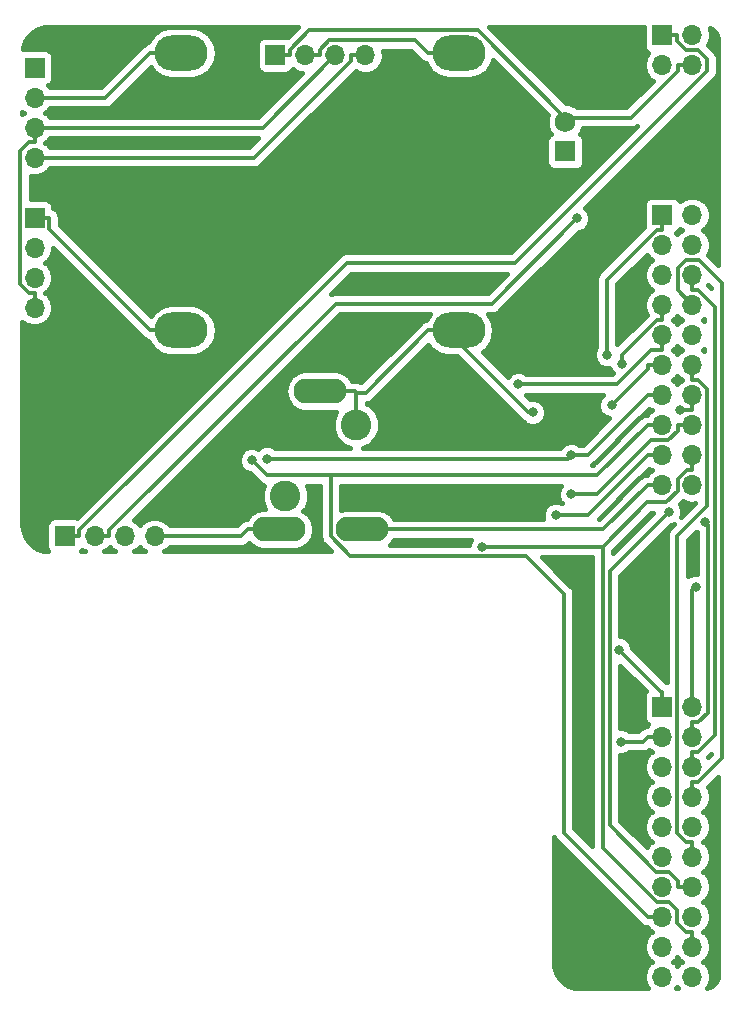
<source format=gbr>
G04 #@! TF.GenerationSoftware,KiCad,Pcbnew,(5.0.0)*
G04 #@! TF.CreationDate,2019-01-20T19:44:52-05:00*
G04 #@! TF.ProjectId,AVR_LCD 2.0,4156525F4C434420322E302E6B696361,rev?*
G04 #@! TF.SameCoordinates,Original*
G04 #@! TF.FileFunction,Copper,L2,Bot,Signal*
G04 #@! TF.FilePolarity,Positive*
%FSLAX46Y46*%
G04 Gerber Fmt 4.6, Leading zero omitted, Abs format (unit mm)*
G04 Created by KiCad (PCBNEW (5.0.0)) date 01/20/19 19:44:52*
%MOMM*%
%LPD*%
G01*
G04 APERTURE LIST*
G04 #@! TA.AperFunction,ComponentPad*
%ADD10O,1.700000X1.700000*%
G04 #@! TD*
G04 #@! TA.AperFunction,ComponentPad*
%ADD11R,1.700000X1.700000*%
G04 #@! TD*
G04 #@! TA.AperFunction,ComponentPad*
%ADD12C,1.750000*%
G04 #@! TD*
G04 #@! TA.AperFunction,ComponentPad*
%ADD13R,1.750000X1.750000*%
G04 #@! TD*
G04 #@! TA.AperFunction,ComponentPad*
%ADD14O,4.500000X3.000000*%
G04 #@! TD*
G04 #@! TA.AperFunction,ComponentPad*
%ADD15C,2.600000*%
G04 #@! TD*
G04 #@! TA.AperFunction,ComponentPad*
%ADD16O,4.500000X2.100000*%
G04 #@! TD*
G04 #@! TA.AperFunction,ViaPad*
%ADD17C,0.800000*%
G04 #@! TD*
G04 #@! TA.AperFunction,Conductor*
%ADD18C,0.380000*%
G04 #@! TD*
G04 #@! TA.AperFunction,NonConductor*
%ADD19C,0.400000*%
G04 #@! TD*
G04 APERTURE END LIST*
D10*
G04 #@! TO.P,BreakOut_EXT1,20*
G04 #@! TO.N,VCC*
X113840000Y-134810000D03*
G04 #@! TO.P,BreakOut_EXT1,19*
G04 #@! TO.N,GND*
X111300000Y-134810000D03*
G04 #@! TO.P,BreakOut_EXT1,18*
G04 #@! TO.N,PB7*
X113840000Y-132270000D03*
G04 #@! TO.P,BreakOut_EXT1,17*
G04 #@! TO.N,PB6*
X111300000Y-132270000D03*
G04 #@! TO.P,BreakOut_EXT1,16*
G04 #@! TO.N,PB5*
X113840000Y-129730000D03*
G04 #@! TO.P,BreakOut_EXT1,15*
G04 #@! TO.N,PB4*
X111300000Y-129730000D03*
G04 #@! TO.P,BreakOut_EXT1,14*
G04 #@! TO.N,Net-(BreakOut_EXT1-Pad14)*
X113840000Y-127190000D03*
G04 #@! TO.P,BreakOut_EXT1,13*
G04 #@! TO.N,PD0*
X111300000Y-127190000D03*
G04 #@! TO.P,BreakOut_EXT1,12*
G04 #@! TO.N,Net-(BreakOut_EXT1-Pad12)*
X113840000Y-124650000D03*
G04 #@! TO.P,BreakOut_EXT1,11*
G04 #@! TO.N,Net-(BreakOut_EXT1-Pad11)*
X111300000Y-124650000D03*
G04 #@! TO.P,BreakOut_EXT1,10*
G04 #@! TO.N,PC0*
X113840000Y-122110000D03*
G04 #@! TO.P,BreakOut_EXT1,9*
G04 #@! TO.N,PC1*
X111300000Y-122110000D03*
G04 #@! TO.P,BreakOut_EXT1,8*
G04 #@! TO.N,Net-(BreakOut_EXT1-Pad8)*
X113840000Y-119570000D03*
G04 #@! TO.P,BreakOut_EXT1,7*
G04 #@! TO.N,Net-(BreakOut_EXT1-Pad7)*
X111300000Y-119570000D03*
G04 #@! TO.P,BreakOut_EXT1,6*
G04 #@! TO.N,Net-(BreakOut_EXT1-Pad6)*
X113840000Y-117030000D03*
G04 #@! TO.P,BreakOut_EXT1,5*
G04 #@! TO.N,Net-(BreakOut_EXT1-Pad5)*
X111300000Y-117030000D03*
G04 #@! TO.P,BreakOut_EXT1,4*
G04 #@! TO.N,Net-(BreakOut_EXT1-Pad4)*
X113840000Y-114490000D03*
G04 #@! TO.P,BreakOut_EXT1,3*
G04 #@! TO.N,Net-(BreakOut_EXT1-Pad3)*
X111300000Y-114490000D03*
G04 #@! TO.P,BreakOut_EXT1,2*
G04 #@! TO.N,Net-(BreakOut_EXT1-Pad2)*
X113840000Y-111950000D03*
D11*
G04 #@! TO.P,BreakOut_EXT1,1*
G04 #@! TO.N,Net-(BreakOut_EXT1-Pad1)*
X111300000Y-111950000D03*
G04 #@! TD*
D10*
G04 #@! TO.P,J1,4*
G04 #@! TO.N,GND*
X68320000Y-97500000D03*
G04 #@! TO.P,J1,3*
G04 #@! TO.N,VCC*
X65780000Y-97500000D03*
G04 #@! TO.P,J1,2*
G04 #@! TO.N,5V*
X63240000Y-97500000D03*
D11*
G04 #@! TO.P,J1,1*
G04 #@! TO.N,5V_IN*
X60700000Y-97500000D03*
G04 #@! TD*
D10*
G04 #@! TO.P,J2,4*
G04 #@! TO.N,PC1*
X58160000Y-65480000D03*
G04 #@! TO.P,J2,3*
G04 #@! TO.N,PC0*
X58160000Y-62940000D03*
G04 #@! TO.P,J2,2*
G04 #@! TO.N,GND*
X58160000Y-60400000D03*
D11*
G04 #@! TO.P,J2,1*
G04 #@! TO.N,VCC*
X58160000Y-57860000D03*
G04 #@! TD*
D10*
G04 #@! TO.P,J3,4*
G04 #@! TO.N,VCC*
X113840000Y-57650000D03*
G04 #@! TO.P,J3,3*
G04 #@! TO.N,5V*
X111300000Y-57650000D03*
G04 #@! TO.P,J3,2*
G04 #@! TO.N,GND*
X113840000Y-55110000D03*
D11*
G04 #@! TO.P,J3,1*
G04 #@! TO.N,5V_IN*
X111300000Y-55110000D03*
G04 #@! TD*
G04 #@! TO.P,J4,1*
G04 #@! TO.N,GND*
X58160000Y-70560000D03*
D10*
G04 #@! TO.P,J4,2*
G04 #@! TO.N,VCC*
X58160000Y-73100000D03*
G04 #@! TO.P,J4,3*
G04 #@! TO.N,PC1*
X58160000Y-75640000D03*
G04 #@! TO.P,J4,4*
G04 #@! TO.N,PC0*
X58160000Y-78180000D03*
G04 #@! TD*
D12*
G04 #@! TO.P,J5,2*
G04 #@! TO.N,VCC*
X103090000Y-62450000D03*
D13*
G04 #@! TO.P,J5,1*
G04 #@! TO.N,GND*
X103090000Y-64950000D03*
G04 #@! TD*
D10*
G04 #@! TO.P,U2,4*
G04 #@! TO.N,PC1*
X86160000Y-56800000D03*
G04 #@! TO.P,U2,3*
G04 #@! TO.N,PC0*
X83620000Y-56800000D03*
G04 #@! TO.P,U2,2*
G04 #@! TO.N,GND*
X81080000Y-56800000D03*
D11*
G04 #@! TO.P,U2,1*
G04 #@! TO.N,VCC*
X78540000Y-56800000D03*
D14*
G04 #@! TO.P,U2,5*
G04 #@! TO.N,GND*
X94090000Y-56600000D03*
X70590000Y-56600000D03*
X94090000Y-80100000D03*
X70590000Y-80100000D03*
G04 #@! TD*
D15*
G04 #@! TO.P,U5,7*
G04 #@! TO.N,GND*
X85390000Y-88100000D03*
X79390000Y-94100000D03*
D16*
X82340000Y-85250000D03*
X85890000Y-96950000D03*
X78840000Y-96950000D03*
G04 #@! TD*
D11*
G04 #@! TO.P,X-Plained_EXT1,1*
G04 #@! TO.N,Net-(BreakOut_EXT1-Pad1)*
X111300000Y-70340000D03*
D10*
G04 #@! TO.P,X-Plained_EXT1,2*
G04 #@! TO.N,Net-(BreakOut_EXT1-Pad2)*
X113840000Y-70340000D03*
G04 #@! TO.P,X-Plained_EXT1,3*
G04 #@! TO.N,Net-(BreakOut_EXT1-Pad3)*
X111300000Y-72880000D03*
G04 #@! TO.P,X-Plained_EXT1,4*
G04 #@! TO.N,Net-(BreakOut_EXT1-Pad4)*
X113840000Y-72880000D03*
G04 #@! TO.P,X-Plained_EXT1,5*
G04 #@! TO.N,Net-(BreakOut_EXT1-Pad5)*
X111300000Y-75420000D03*
G04 #@! TO.P,X-Plained_EXT1,6*
G04 #@! TO.N,Net-(BreakOut_EXT1-Pad6)*
X113840000Y-75420000D03*
G04 #@! TO.P,X-Plained_EXT1,7*
G04 #@! TO.N,Net-(BreakOut_EXT1-Pad7)*
X111300000Y-77960000D03*
G04 #@! TO.P,X-Plained_EXT1,8*
G04 #@! TO.N,Net-(BreakOut_EXT1-Pad8)*
X113840000Y-77960000D03*
G04 #@! TO.P,X-Plained_EXT1,9*
G04 #@! TO.N,PC1*
X111300000Y-80500000D03*
G04 #@! TO.P,X-Plained_EXT1,10*
G04 #@! TO.N,PC0*
X113840000Y-80500000D03*
G04 #@! TO.P,X-Plained_EXT1,11*
G04 #@! TO.N,Net-(BreakOut_EXT1-Pad11)*
X111300000Y-83040000D03*
G04 #@! TO.P,X-Plained_EXT1,12*
G04 #@! TO.N,Net-(BreakOut_EXT1-Pad12)*
X113840000Y-83040000D03*
G04 #@! TO.P,X-Plained_EXT1,13*
G04 #@! TO.N,PD0*
X111300000Y-85580000D03*
G04 #@! TO.P,X-Plained_EXT1,14*
G04 #@! TO.N,Net-(BreakOut_EXT1-Pad14)*
X113840000Y-85580000D03*
G04 #@! TO.P,X-Plained_EXT1,15*
G04 #@! TO.N,PB4*
X111300000Y-88120000D03*
G04 #@! TO.P,X-Plained_EXT1,16*
G04 #@! TO.N,PB5*
X113840000Y-88120000D03*
G04 #@! TO.P,X-Plained_EXT1,17*
G04 #@! TO.N,PB6*
X111300000Y-90660000D03*
G04 #@! TO.P,X-Plained_EXT1,18*
G04 #@! TO.N,PB7*
X113840000Y-90660000D03*
G04 #@! TO.P,X-Plained_EXT1,19*
G04 #@! TO.N,GND*
X111300000Y-93200000D03*
G04 #@! TO.P,X-Plained_EXT1,20*
G04 #@! TO.N,VCC*
X113840000Y-93200000D03*
G04 #@! TD*
D17*
G04 #@! TO.N,GND*
X100317000Y-87048500D03*
G04 #@! TO.N,PB7*
X96074900Y-98407200D03*
G04 #@! TO.N,PB6*
X102277700Y-95702800D03*
G04 #@! TO.N,PB5*
X103606600Y-93974900D03*
G04 #@! TO.N,PB4*
X76549800Y-91103000D03*
G04 #@! TO.N,Net-(BreakOut_EXT1-Pad14)*
X111891000Y-95447500D03*
X112834000Y-86850000D03*
G04 #@! TO.N,PD0*
X77838100Y-90951400D03*
X103599900Y-90668700D03*
G04 #@! TO.N,Net-(BreakOut_EXT1-Pad11)*
X107002500Y-86443200D03*
G04 #@! TO.N,PC1*
X99115100Y-84679700D03*
G04 #@! TO.N,Net-(BreakOut_EXT1-Pad7)*
X107868500Y-82903400D03*
G04 #@! TO.N,Net-(BreakOut_EXT1-Pad4)*
X114886600Y-96281600D03*
G04 #@! TO.N,Net-(BreakOut_EXT1-Pad3)*
X107788400Y-114909000D03*
G04 #@! TO.N,Net-(BreakOut_EXT1-Pad2)*
X114129900Y-101813900D03*
G04 #@! TO.N,Net-(BreakOut_EXT1-Pad1)*
X107628700Y-107119400D03*
X106606600Y-82150500D03*
G04 #@! TO.N,5V*
X104097500Y-70623700D03*
G04 #@! TD*
D18*
G04 #@! TO.N,VCC*
X113840000Y-57650000D02*
X112599700Y-57650000D01*
X103090000Y-62086100D02*
X103090000Y-62450000D01*
X79780300Y-56800000D02*
X79780300Y-56334900D01*
X79780300Y-56334900D02*
X81415800Y-54699400D01*
X81415800Y-54699400D02*
X95703300Y-54699400D01*
X95703300Y-54699400D02*
X103090000Y-62086100D01*
X112599700Y-57650000D02*
X112599700Y-58115100D01*
X112599700Y-58115100D02*
X108628700Y-62086100D01*
X108628700Y-62086100D02*
X103090000Y-62086100D01*
X78540000Y-56800000D02*
X79780300Y-56800000D01*
G04 #@! TO.N,GND*
X58160000Y-70560000D02*
X59400300Y-70560000D01*
X70590000Y-80100000D02*
X67949700Y-80100000D01*
X67949700Y-80100000D02*
X59400300Y-71550600D01*
X59400300Y-71550600D02*
X59400300Y-70560000D01*
X93015500Y-80100000D02*
X99964000Y-87048500D01*
X99964000Y-87048500D02*
X100317000Y-87048500D01*
X94090000Y-80100000D02*
X93015500Y-80100000D01*
X92769900Y-80100000D02*
X91449700Y-80100000D01*
X92769900Y-80100000D02*
X93015500Y-80100000D01*
X78840000Y-96950000D02*
X76199700Y-96950000D01*
X68320000Y-97500000D02*
X75649700Y-97500000D01*
X75649700Y-97500000D02*
X76199700Y-96950000D01*
X88530300Y-96950000D02*
X106309700Y-96950000D01*
X106309700Y-96950000D02*
X110059700Y-93200000D01*
X85390000Y-85376200D02*
X86173500Y-85376200D01*
X86173500Y-85376200D02*
X91449700Y-80100000D01*
X84822400Y-85250000D02*
X85263800Y-85250000D01*
X85263800Y-85250000D02*
X85390000Y-85376200D01*
X85390000Y-85376200D02*
X85390000Y-88100000D01*
X82340000Y-85250000D02*
X84822400Y-85250000D01*
X70590000Y-56600000D02*
X67949700Y-56600000D01*
X58160000Y-60400000D02*
X64149700Y-60400000D01*
X64149700Y-60400000D02*
X67949700Y-56600000D01*
X94090000Y-56600000D02*
X91449700Y-56600000D01*
X81080000Y-56800000D02*
X82320300Y-56800000D01*
X82320300Y-56800000D02*
X82320300Y-56334900D01*
X82320300Y-56334900D02*
X83102600Y-55552600D01*
X83102600Y-55552600D02*
X90402300Y-55552600D01*
X90402300Y-55552600D02*
X91449700Y-56600000D01*
X85890000Y-96950000D02*
X88530300Y-96950000D01*
X111300000Y-93200000D02*
X110059700Y-93200000D01*
G04 #@! TO.N,PB7*
X106243600Y-98407200D02*
X96074900Y-98407200D01*
X113840000Y-91900300D02*
X113374800Y-91900300D01*
X113374800Y-91900300D02*
X112599700Y-92675400D01*
X112599700Y-92675400D02*
X112599700Y-93679400D01*
X112599700Y-93679400D02*
X111621900Y-94657200D01*
X111621900Y-94657200D02*
X109993600Y-94657200D01*
X109993600Y-94657200D02*
X106243600Y-98407200D01*
X106243600Y-98407200D02*
X106243600Y-123890500D01*
X106243600Y-123890500D02*
X110842700Y-128489600D01*
X110842700Y-128489600D02*
X111890200Y-128489600D01*
X111890200Y-128489600D02*
X112570000Y-129169400D01*
X112570000Y-129169400D02*
X112570000Y-130273700D01*
X112570000Y-130273700D02*
X113326000Y-131029700D01*
X113326000Y-131029700D02*
X113840000Y-131029700D01*
X113840000Y-132270000D02*
X113840000Y-131029700D01*
X113840000Y-90660000D02*
X113840000Y-91900300D01*
G04 #@! TO.N,PB6*
X111300000Y-90660000D02*
X110059700Y-90660000D01*
X110059700Y-90660000D02*
X105016900Y-95702800D01*
X105016900Y-95702800D02*
X102277700Y-95702800D01*
G04 #@! TO.N,PB5*
X113840000Y-88120000D02*
X112599700Y-88120000D01*
X112599700Y-88120000D02*
X112599700Y-88585200D01*
X112599700Y-88585200D02*
X111824600Y-89360300D01*
X111824600Y-89360300D02*
X110379700Y-89360300D01*
X110379700Y-89360300D02*
X105765100Y-93974900D01*
X105765100Y-93974900D02*
X103606600Y-93974900D01*
G04 #@! TO.N,PB4*
X83228600Y-92371400D02*
X77818200Y-92371400D01*
X77818200Y-92371400D02*
X76549800Y-91103000D01*
X110059700Y-88120000D02*
X105808300Y-92371400D01*
X105808300Y-92371400D02*
X83228600Y-92371400D01*
X83228600Y-92371400D02*
X83228600Y-97526800D01*
X83228600Y-97526800D02*
X84901400Y-99199600D01*
X84901400Y-99199600D02*
X99728700Y-99199600D01*
X99728700Y-99199600D02*
X102945400Y-102416300D01*
X102945400Y-102416300D02*
X102945400Y-122615700D01*
X102945400Y-122615700D02*
X110059700Y-129730000D01*
X111300000Y-129730000D02*
X110059700Y-129730000D01*
X111300000Y-88120000D02*
X110059700Y-88120000D01*
G04 #@! TO.N,Net-(BreakOut_EXT1-Pad14)*
X111891000Y-95447500D02*
X106838400Y-100500100D01*
X106838400Y-100500100D02*
X106838400Y-121980000D01*
X106838400Y-121980000D02*
X110778400Y-125920000D01*
X110778400Y-125920000D02*
X111843700Y-125920000D01*
X111843700Y-125920000D02*
X112599700Y-126676000D01*
X112599700Y-126676000D02*
X112599700Y-127190000D01*
X113840000Y-85580000D02*
X113840000Y-86820300D01*
X113840000Y-127190000D02*
X112599700Y-127190000D01*
X113840000Y-86820300D02*
X112863700Y-86820300D01*
X112863700Y-86820300D02*
X112834000Y-86850000D01*
G04 #@! TO.N,PD0*
X103599900Y-90668700D02*
X103317200Y-90951400D01*
X103317200Y-90951400D02*
X77838100Y-90951400D01*
X110059700Y-85580000D02*
X104971000Y-90668700D01*
X104971000Y-90668700D02*
X103599900Y-90668700D01*
X111300000Y-85580000D02*
X110059700Y-85580000D01*
G04 #@! TO.N,Net-(BreakOut_EXT1-Pad12)*
X113840000Y-124650000D02*
X113840000Y-123409700D01*
X113840000Y-83040000D02*
X113840000Y-84280300D01*
X113840000Y-84280300D02*
X114305100Y-84280300D01*
X114305100Y-84280300D02*
X115100700Y-85075900D01*
X115100700Y-85075900D02*
X115100700Y-94949700D01*
X115100700Y-94949700D02*
X112570000Y-97480400D01*
X112570000Y-97480400D02*
X112570000Y-122653700D01*
X112570000Y-122653700D02*
X113326000Y-123409700D01*
X113326000Y-123409700D02*
X113840000Y-123409700D01*
G04 #@! TO.N,Net-(BreakOut_EXT1-Pad11)*
X111300000Y-83040000D02*
X110059700Y-83040000D01*
X110059700Y-83040000D02*
X110059700Y-83386000D01*
X110059700Y-83386000D02*
X107002500Y-86443200D01*
G04 #@! TO.N,PC0*
X58160000Y-62940000D02*
X58160000Y-64180300D01*
X58160000Y-78180000D02*
X58160000Y-76939700D01*
X58160000Y-76939700D02*
X57694900Y-76939700D01*
X57694900Y-76939700D02*
X56912600Y-76157400D01*
X56912600Y-76157400D02*
X56912600Y-64913700D01*
X56912600Y-64913700D02*
X57646000Y-64180300D01*
X57646000Y-64180300D02*
X58160000Y-64180300D01*
X83620000Y-56800000D02*
X77480000Y-62940000D01*
X77480000Y-62940000D02*
X58160000Y-62940000D01*
G04 #@! TO.N,PC1*
X111300000Y-80500000D02*
X111300000Y-81740300D01*
X111300000Y-81740300D02*
X110377900Y-81740300D01*
X110377900Y-81740300D02*
X107438500Y-84679700D01*
X107438500Y-84679700D02*
X99115100Y-84679700D01*
X86160000Y-56800000D02*
X84919700Y-56800000D01*
X84919700Y-56800000D02*
X84919700Y-57265100D01*
X84919700Y-57265100D02*
X76704800Y-65480000D01*
X76704800Y-65480000D02*
X58160000Y-65480000D01*
G04 #@! TO.N,Net-(BreakOut_EXT1-Pad8)*
X113840000Y-77960000D02*
X112599600Y-76719600D01*
X112599600Y-76719600D02*
X112599600Y-74829800D01*
X112599600Y-74829800D02*
X113279400Y-74150000D01*
X113279400Y-74150000D02*
X114385400Y-74150000D01*
X114385400Y-74150000D02*
X116354600Y-76119200D01*
X116354600Y-76119200D02*
X116354600Y-116329100D01*
X116354600Y-116329100D02*
X114354000Y-118329700D01*
X114354000Y-118329700D02*
X113840000Y-118329700D01*
X113840000Y-119570000D02*
X113840000Y-118329700D01*
G04 #@! TO.N,Net-(BreakOut_EXT1-Pad7)*
X111300000Y-77960000D02*
X111300000Y-79200300D01*
X111300000Y-79200300D02*
X110834900Y-79200300D01*
X110834900Y-79200300D02*
X107868500Y-82166700D01*
X107868500Y-82166700D02*
X107868500Y-82903400D01*
G04 #@! TO.N,Net-(BreakOut_EXT1-Pad6)*
X113840000Y-117030000D02*
X113840000Y-115789700D01*
X113840000Y-75420000D02*
X113840000Y-76660300D01*
X113840000Y-76660300D02*
X114305100Y-76660300D01*
X114305100Y-76660300D02*
X115758800Y-78114000D01*
X115758800Y-78114000D02*
X115758800Y-114384900D01*
X115758800Y-114384900D02*
X114354000Y-115789700D01*
X114354000Y-115789700D02*
X113840000Y-115789700D01*
G04 #@! TO.N,Net-(BreakOut_EXT1-Pad4)*
X114886600Y-96281600D02*
X115139600Y-96534600D01*
X115139600Y-96534600D02*
X115139600Y-112464100D01*
X115139600Y-112464100D02*
X114354000Y-113249700D01*
X114354000Y-113249700D02*
X113840000Y-113249700D01*
X113840000Y-114490000D02*
X113840000Y-113249700D01*
G04 #@! TO.N,Net-(BreakOut_EXT1-Pad3)*
X111300000Y-114490000D02*
X110059700Y-114490000D01*
X107788400Y-114909000D02*
X109640700Y-114909000D01*
X109640700Y-114909000D02*
X110059700Y-114490000D01*
G04 #@! TO.N,Net-(BreakOut_EXT1-Pad2)*
X114129900Y-101813900D02*
X113840000Y-102103800D01*
X113840000Y-102103800D02*
X113840000Y-111950000D01*
G04 #@! TO.N,Net-(BreakOut_EXT1-Pad1)*
X111300000Y-70340000D02*
X111300000Y-71580300D01*
X111300000Y-111950000D02*
X111300000Y-110709700D01*
X107628700Y-107119400D02*
X111219000Y-110709700D01*
X111219000Y-110709700D02*
X111300000Y-110709700D01*
X111300000Y-71580300D02*
X110834900Y-71580300D01*
X110834900Y-71580300D02*
X106606600Y-75808600D01*
X106606600Y-75808600D02*
X106606600Y-82150500D01*
G04 #@! TO.N,5V*
X63240000Y-97500000D02*
X64480300Y-97500000D01*
X104097500Y-70623700D02*
X96895300Y-77825900D01*
X96895300Y-77825900D02*
X83640400Y-77825900D01*
X83640400Y-77825900D02*
X64480300Y-96986000D01*
X64480300Y-96986000D02*
X64480300Y-97500000D01*
G04 #@! TO.N,5V_IN*
X60700000Y-97500000D02*
X61940300Y-97500000D01*
X111300000Y-55110000D02*
X112540300Y-55110000D01*
X112540300Y-55110000D02*
X112540300Y-55575200D01*
X112540300Y-55575200D02*
X113315400Y-56350300D01*
X113315400Y-56350300D02*
X114303600Y-56350300D01*
X114303600Y-56350300D02*
X115094900Y-57141600D01*
X115094900Y-57141600D02*
X115094900Y-58151200D01*
X115094900Y-58151200D02*
X98857000Y-74389100D01*
X98857000Y-74389100D02*
X84586100Y-74389100D01*
X84586100Y-74389100D02*
X61940300Y-97034900D01*
X61940300Y-97034900D02*
X61940300Y-97500000D01*
G04 #@! TD*
D19*
G36*
X112639066Y-135817000D02*
X112500934Y-135817000D01*
X112570000Y-135713636D01*
X112639066Y-135817000D01*
X112639066Y-135817000D01*
G37*
X112639066Y-135817000D02*
X112500934Y-135817000D01*
X112570000Y-135713636D01*
X112639066Y-135817000D01*
G36*
X102247881Y-123188144D02*
X102247883Y-123188146D01*
X102297980Y-123263121D01*
X102372955Y-123313218D01*
X109362182Y-130302446D01*
X109412279Y-130377421D01*
X109487254Y-130427518D01*
X109487255Y-130427519D01*
X109531758Y-130457255D01*
X109709318Y-130575897D01*
X109971259Y-130628000D01*
X109971262Y-130628000D01*
X110034660Y-130640610D01*
X110176745Y-130853255D01*
X110396364Y-131000000D01*
X110176745Y-131146745D01*
X109832396Y-131662099D01*
X109711477Y-132270000D01*
X109832396Y-132877901D01*
X110176745Y-133393255D01*
X110396364Y-133540000D01*
X110176745Y-133686745D01*
X109832396Y-134202099D01*
X109711477Y-134810000D01*
X109832396Y-135417901D01*
X110099066Y-135817000D01*
X104385489Y-135817000D01*
X103831202Y-135752377D01*
X103349693Y-135577597D01*
X102921307Y-135296735D01*
X102569027Y-134924860D01*
X102311740Y-134481909D01*
X102160151Y-133981400D01*
X102123000Y-133565131D01*
X102123000Y-123001246D01*
X102247881Y-123188144D01*
X102247881Y-123188144D01*
G37*
X102247881Y-123188144D02*
X102247883Y-123188146D01*
X102297980Y-123263121D01*
X102372955Y-123313218D01*
X109362182Y-130302446D01*
X109412279Y-130377421D01*
X109487254Y-130427518D01*
X109487255Y-130427519D01*
X109531758Y-130457255D01*
X109709318Y-130575897D01*
X109971259Y-130628000D01*
X109971262Y-130628000D01*
X110034660Y-130640610D01*
X110176745Y-130853255D01*
X110396364Y-131000000D01*
X110176745Y-131146745D01*
X109832396Y-131662099D01*
X109711477Y-132270000D01*
X109832396Y-132877901D01*
X110176745Y-133393255D01*
X110396364Y-133540000D01*
X110176745Y-133686745D01*
X109832396Y-134202099D01*
X109711477Y-134810000D01*
X109832396Y-135417901D01*
X110099066Y-135817000D01*
X104385489Y-135817000D01*
X103831202Y-135752377D01*
X103349693Y-135577597D01*
X102921307Y-135296735D01*
X102569027Y-134924860D01*
X102311740Y-134481909D01*
X102160151Y-133981400D01*
X102123000Y-133565131D01*
X102123000Y-123001246D01*
X102247881Y-123188144D01*
G36*
X116057000Y-134544217D02*
X116000416Y-134939330D01*
X115858535Y-135251379D01*
X115634773Y-135511068D01*
X115347122Y-135697513D01*
X115064246Y-135782111D01*
X115307604Y-135417901D01*
X115428523Y-134810000D01*
X115307604Y-134202099D01*
X114963255Y-133686745D01*
X114743636Y-133540000D01*
X114963255Y-133393255D01*
X115307604Y-132877901D01*
X115428523Y-132270000D01*
X115307604Y-131662099D01*
X114963255Y-131146745D01*
X114750611Y-131004661D01*
X114748975Y-130996433D01*
X114963255Y-130853255D01*
X115307604Y-130337901D01*
X115428523Y-129730000D01*
X115307604Y-129122099D01*
X114963255Y-128606745D01*
X114743636Y-128460000D01*
X114963255Y-128313255D01*
X115307604Y-127797901D01*
X115428523Y-127190000D01*
X115307604Y-126582099D01*
X114963255Y-126066745D01*
X114743636Y-125920000D01*
X114963255Y-125773255D01*
X115307604Y-125257901D01*
X115428523Y-124650000D01*
X115307604Y-124042099D01*
X114963255Y-123526745D01*
X114750611Y-123384661D01*
X114748975Y-123376433D01*
X114963255Y-123233255D01*
X115307604Y-122717901D01*
X115428523Y-122110000D01*
X115307604Y-121502099D01*
X114963255Y-120986745D01*
X114743636Y-120840000D01*
X114963255Y-120693255D01*
X115307604Y-120177901D01*
X115428523Y-119570000D01*
X115307604Y-118962099D01*
X115181016Y-118772647D01*
X116057000Y-117896663D01*
X116057000Y-134544217D01*
X116057000Y-134544217D01*
G37*
X116057000Y-134544217D02*
X116000416Y-134939330D01*
X115858535Y-135251379D01*
X115634773Y-135511068D01*
X115347122Y-135697513D01*
X115064246Y-135782111D01*
X115307604Y-135417901D01*
X115428523Y-134810000D01*
X115307604Y-134202099D01*
X114963255Y-133686745D01*
X114743636Y-133540000D01*
X114963255Y-133393255D01*
X115307604Y-132877901D01*
X115428523Y-132270000D01*
X115307604Y-131662099D01*
X114963255Y-131146745D01*
X114750611Y-131004661D01*
X114748975Y-130996433D01*
X114963255Y-130853255D01*
X115307604Y-130337901D01*
X115428523Y-129730000D01*
X115307604Y-129122099D01*
X114963255Y-128606745D01*
X114743636Y-128460000D01*
X114963255Y-128313255D01*
X115307604Y-127797901D01*
X115428523Y-127190000D01*
X115307604Y-126582099D01*
X114963255Y-126066745D01*
X114743636Y-125920000D01*
X114963255Y-125773255D01*
X115307604Y-125257901D01*
X115428523Y-124650000D01*
X115307604Y-124042099D01*
X114963255Y-123526745D01*
X114750611Y-123384661D01*
X114748975Y-123376433D01*
X114963255Y-123233255D01*
X115307604Y-122717901D01*
X115428523Y-122110000D01*
X115307604Y-121502099D01*
X114963255Y-120986745D01*
X114743636Y-120840000D01*
X114963255Y-120693255D01*
X115307604Y-120177901D01*
X115428523Y-119570000D01*
X115307604Y-118962099D01*
X115181016Y-118772647D01*
X116057000Y-117896663D01*
X116057000Y-134544217D01*
G36*
X112716745Y-133393255D02*
X112936364Y-133540000D01*
X112716745Y-133686745D01*
X112570000Y-133906364D01*
X112423255Y-133686745D01*
X112203636Y-133540000D01*
X112423255Y-133393255D01*
X112570000Y-133173636D01*
X112716745Y-133393255D01*
X112716745Y-133393255D01*
G37*
X112716745Y-133393255D02*
X112936364Y-133540000D01*
X112716745Y-133686745D01*
X112570000Y-133906364D01*
X112423255Y-133686745D01*
X112203636Y-133540000D01*
X112423255Y-133393255D01*
X112570000Y-133173636D01*
X112716745Y-133393255D01*
G36*
X110396364Y-115760000D02*
X110176745Y-115906745D01*
X109832396Y-116422099D01*
X109711477Y-117030000D01*
X109832396Y-117637901D01*
X110176745Y-118153255D01*
X110396364Y-118300000D01*
X110176745Y-118446745D01*
X109832396Y-118962099D01*
X109711477Y-119570000D01*
X109832396Y-120177901D01*
X110176745Y-120693255D01*
X110396364Y-120840000D01*
X110176745Y-120986745D01*
X109832396Y-121502099D01*
X109711477Y-122110000D01*
X109832396Y-122717901D01*
X110176745Y-123233255D01*
X110396364Y-123380000D01*
X110176745Y-123526745D01*
X109967806Y-123839443D01*
X107736400Y-121608037D01*
X107736400Y-116017000D01*
X108008795Y-116017000D01*
X108416032Y-115848317D01*
X108457349Y-115807000D01*
X109552264Y-115807000D01*
X109640700Y-115824591D01*
X109729136Y-115807000D01*
X109729141Y-115807000D01*
X109991082Y-115754897D01*
X110189904Y-115622048D01*
X110396364Y-115760000D01*
X110396364Y-115760000D01*
G37*
X110396364Y-115760000D02*
X110176745Y-115906745D01*
X109832396Y-116422099D01*
X109711477Y-117030000D01*
X109832396Y-117637901D01*
X110176745Y-118153255D01*
X110396364Y-118300000D01*
X110176745Y-118446745D01*
X109832396Y-118962099D01*
X109711477Y-119570000D01*
X109832396Y-120177901D01*
X110176745Y-120693255D01*
X110396364Y-120840000D01*
X110176745Y-120986745D01*
X109832396Y-121502099D01*
X109711477Y-122110000D01*
X109832396Y-122717901D01*
X110176745Y-123233255D01*
X110396364Y-123380000D01*
X110176745Y-123526745D01*
X109967806Y-123839443D01*
X107736400Y-121608037D01*
X107736400Y-116017000D01*
X108008795Y-116017000D01*
X108416032Y-115848317D01*
X108457349Y-115807000D01*
X109552264Y-115807000D01*
X109640700Y-115824591D01*
X109729136Y-115807000D01*
X109729141Y-115807000D01*
X109991082Y-115754897D01*
X110189904Y-115622048D01*
X110396364Y-115760000D01*
G36*
X105345601Y-123745938D02*
X103843400Y-122243737D01*
X103843400Y-102504738D01*
X103860991Y-102416300D01*
X103843400Y-102327860D01*
X103843400Y-102327859D01*
X103791297Y-102065918D01*
X103708657Y-101942239D01*
X103642919Y-101843855D01*
X103642918Y-101843854D01*
X103592821Y-101768879D01*
X103517847Y-101718783D01*
X101104263Y-99305200D01*
X105345600Y-99305200D01*
X105345601Y-123745938D01*
X105345601Y-123745938D01*
G37*
X105345601Y-123745938D02*
X103843400Y-122243737D01*
X103843400Y-102504738D01*
X103860991Y-102416300D01*
X103843400Y-102327860D01*
X103843400Y-102327859D01*
X103791297Y-102065918D01*
X103708657Y-101942239D01*
X103642919Y-101843855D01*
X103642918Y-101843854D01*
X103592821Y-101768879D01*
X103517847Y-101718783D01*
X101104263Y-99305200D01*
X105345600Y-99305200D01*
X105345601Y-123745938D01*
G36*
X115456601Y-115957135D02*
X115181045Y-116232691D01*
X115181016Y-116232647D01*
X115456601Y-115957062D01*
X115456601Y-115957135D01*
X115456601Y-115957135D01*
G37*
X115456601Y-115957135D02*
X115181045Y-116232691D01*
X115181016Y-116232647D01*
X115456601Y-115957062D01*
X115456601Y-115957135D01*
G36*
X109895235Y-110655899D02*
X109783079Y-110823752D01*
X109728130Y-111100000D01*
X109728130Y-112800000D01*
X109783079Y-113076248D01*
X109939561Y-113310439D01*
X110129546Y-113437383D01*
X110034660Y-113579389D01*
X109971263Y-113592000D01*
X109971259Y-113592000D01*
X109709318Y-113644103D01*
X109412279Y-113842579D01*
X109362179Y-113917559D01*
X109268738Y-114011000D01*
X108457349Y-114011000D01*
X108416032Y-113969683D01*
X108008795Y-113801000D01*
X107736400Y-113801000D01*
X107736400Y-108497063D01*
X109895235Y-110655899D01*
X109895235Y-110655899D01*
G37*
X109895235Y-110655899D02*
X109783079Y-110823752D01*
X109728130Y-111100000D01*
X109728130Y-112800000D01*
X109783079Y-113076248D01*
X109939561Y-113310439D01*
X110129546Y-113437383D01*
X110034660Y-113579389D01*
X109971263Y-113592000D01*
X109971259Y-113592000D01*
X109709318Y-113644103D01*
X109412279Y-113842579D01*
X109362179Y-113917559D01*
X109268738Y-114011000D01*
X108457349Y-114011000D01*
X108416032Y-113969683D01*
X108008795Y-113801000D01*
X107736400Y-113801000D01*
X107736400Y-108497063D01*
X109895235Y-110655899D01*
G36*
X111997557Y-96782880D02*
X111922579Y-96832979D01*
X111724103Y-97130019D01*
X111672000Y-97391960D01*
X111672000Y-97391964D01*
X111654409Y-97480400D01*
X111672000Y-97568836D01*
X111672000Y-109878248D01*
X111650382Y-109863803D01*
X111641251Y-109861987D01*
X108736700Y-106957437D01*
X108736700Y-106899005D01*
X108568017Y-106491768D01*
X108256332Y-106180083D01*
X107849095Y-106011400D01*
X107736400Y-106011400D01*
X107736400Y-100872063D01*
X112052963Y-96555500D01*
X112111395Y-96555500D01*
X112305223Y-96475214D01*
X111997557Y-96782880D01*
X111997557Y-96782880D01*
G37*
X111997557Y-96782880D02*
X111922579Y-96832979D01*
X111724103Y-97130019D01*
X111672000Y-97391960D01*
X111672000Y-97391964D01*
X111654409Y-97480400D01*
X111672000Y-97568836D01*
X111672000Y-109878248D01*
X111650382Y-109863803D01*
X111641251Y-109861987D01*
X108736700Y-106957437D01*
X108736700Y-106899005D01*
X108568017Y-106491768D01*
X108256332Y-106180083D01*
X107849095Y-106011400D01*
X107736400Y-106011400D01*
X107736400Y-100872063D01*
X112052963Y-96555500D01*
X112111395Y-96555500D01*
X112305223Y-96475214D01*
X111997557Y-96782880D01*
G36*
X114241600Y-97203549D02*
X114241600Y-100705900D01*
X113909505Y-100705900D01*
X113502268Y-100874583D01*
X113468000Y-100908851D01*
X113468000Y-97852363D01*
X114179207Y-97141156D01*
X114241600Y-97203549D01*
X114241600Y-97203549D01*
G37*
X114241600Y-97203549D02*
X114241600Y-100705900D01*
X113909505Y-100705900D01*
X113502268Y-100874583D01*
X113468000Y-100908851D01*
X113468000Y-97852363D01*
X114179207Y-97141156D01*
X114241600Y-97203549D01*
G36*
X107141600Y-98926937D02*
X107141600Y-98779163D01*
X110365564Y-95555200D01*
X110513337Y-95555200D01*
X107141600Y-98926937D01*
X107141600Y-98926937D01*
G37*
X107141600Y-98926937D02*
X107141600Y-98779163D01*
X110365564Y-95555200D01*
X110513337Y-95555200D01*
X107141600Y-98926937D01*
G36*
X67196745Y-98623255D02*
X67486704Y-98817000D01*
X66613296Y-98817000D01*
X66903255Y-98623255D01*
X67050000Y-98403636D01*
X67196745Y-98623255D01*
X67196745Y-98623255D01*
G37*
X67196745Y-98623255D02*
X67486704Y-98817000D01*
X66613296Y-98817000D01*
X66903255Y-98623255D01*
X67050000Y-98403636D01*
X67196745Y-98623255D01*
G36*
X82330601Y-97438359D02*
X82313009Y-97526800D01*
X82382704Y-97877182D01*
X82531081Y-98099244D01*
X82531083Y-98099246D01*
X82581180Y-98174221D01*
X82656155Y-98224318D01*
X83248837Y-98817000D01*
X69153296Y-98817000D01*
X69443255Y-98623255D01*
X69593766Y-98398000D01*
X75561264Y-98398000D01*
X75649700Y-98415591D01*
X75738136Y-98398000D01*
X75738141Y-98398000D01*
X76000082Y-98345897D01*
X76297121Y-98147421D01*
X76311442Y-98125988D01*
X76372553Y-98217447D01*
X76954063Y-98606000D01*
X77466853Y-98708000D01*
X80213147Y-98708000D01*
X80725937Y-98606000D01*
X81307447Y-98217447D01*
X81696000Y-97635937D01*
X81832441Y-96950000D01*
X81696000Y-96264063D01*
X81307447Y-95682553D01*
X80911651Y-95418090D01*
X81092300Y-95237441D01*
X81398000Y-94499416D01*
X81398000Y-93700584D01*
X81219398Y-93269400D01*
X82330600Y-93269400D01*
X82330601Y-97438359D01*
X82330601Y-97438359D01*
G37*
X82330601Y-97438359D02*
X82313009Y-97526800D01*
X82382704Y-97877182D01*
X82531081Y-98099244D01*
X82531083Y-98099246D01*
X82581180Y-98174221D01*
X82656155Y-98224318D01*
X83248837Y-98817000D01*
X69153296Y-98817000D01*
X69443255Y-98623255D01*
X69593766Y-98398000D01*
X75561264Y-98398000D01*
X75649700Y-98415591D01*
X75738136Y-98398000D01*
X75738141Y-98398000D01*
X76000082Y-98345897D01*
X76297121Y-98147421D01*
X76311442Y-98125988D01*
X76372553Y-98217447D01*
X76954063Y-98606000D01*
X77466853Y-98708000D01*
X80213147Y-98708000D01*
X80725937Y-98606000D01*
X81307447Y-98217447D01*
X81696000Y-97635937D01*
X81832441Y-96950000D01*
X81696000Y-96264063D01*
X81307447Y-95682553D01*
X80911651Y-95418090D01*
X81092300Y-95237441D01*
X81398000Y-94499416D01*
X81398000Y-93700584D01*
X81219398Y-93269400D01*
X82330600Y-93269400D01*
X82330601Y-97438359D01*
G36*
X64656745Y-98623255D02*
X64946704Y-98817000D01*
X64073296Y-98817000D01*
X64363255Y-98623255D01*
X64505339Y-98410611D01*
X64513567Y-98408975D01*
X64656745Y-98623255D01*
X64656745Y-98623255D01*
G37*
X64656745Y-98623255D02*
X64946704Y-98817000D01*
X64073296Y-98817000D01*
X64363255Y-98623255D01*
X64505339Y-98410611D01*
X64513567Y-98408975D01*
X64656745Y-98623255D01*
G36*
X62406704Y-98817000D02*
X62089464Y-98817000D01*
X62187383Y-98670454D01*
X62406704Y-98817000D01*
X62406704Y-98817000D01*
G37*
X62406704Y-98817000D02*
X62089464Y-98817000D01*
X62187383Y-98670454D01*
X62406704Y-98817000D01*
G36*
X90752180Y-57172443D02*
X90802279Y-57247421D01*
X91099318Y-57445897D01*
X91272718Y-57480388D01*
X91748121Y-58191879D01*
X92478481Y-58679890D01*
X93122533Y-58808000D01*
X95057467Y-58808000D01*
X95701519Y-58679890D01*
X96431879Y-58191879D01*
X96919890Y-57461519D01*
X96965609Y-57231672D01*
X101613044Y-61879107D01*
X101507000Y-62135122D01*
X101507000Y-62764878D01*
X101747997Y-63346698D01*
X101861198Y-63459899D01*
X101704561Y-63564561D01*
X101548079Y-63798752D01*
X101493130Y-64075000D01*
X101493130Y-65825000D01*
X101548079Y-66101248D01*
X101704561Y-66335439D01*
X101938752Y-66491921D01*
X102215000Y-66546870D01*
X103965000Y-66546870D01*
X104241248Y-66491921D01*
X104475439Y-66335439D01*
X104631921Y-66101248D01*
X104686870Y-65825000D01*
X104686870Y-64075000D01*
X104631921Y-63798752D01*
X104475439Y-63564561D01*
X104318802Y-63459899D01*
X104432003Y-63346698D01*
X104582196Y-62984100D01*
X108540264Y-62984100D01*
X108628700Y-63001691D01*
X108717136Y-62984100D01*
X108717141Y-62984100D01*
X108979082Y-62931997D01*
X109175147Y-62800990D01*
X98485037Y-73491100D01*
X84674535Y-73491100D01*
X84586099Y-73473509D01*
X84497663Y-73491100D01*
X84497659Y-73491100D01*
X84235718Y-73543203D01*
X83938679Y-73741679D01*
X83888582Y-73816654D01*
X61739428Y-95965809D01*
X61550000Y-95928130D01*
X59850000Y-95928130D01*
X59573752Y-95983079D01*
X59339561Y-96139561D01*
X59183079Y-96373752D01*
X59128130Y-96650000D01*
X59128130Y-98350000D01*
X59183079Y-98626248D01*
X59304204Y-98807523D01*
X58831202Y-98752377D01*
X58349693Y-98577597D01*
X57921307Y-98296735D01*
X57569027Y-97924860D01*
X57311740Y-97481909D01*
X57160151Y-96981400D01*
X57123000Y-96565131D01*
X57123000Y-79360889D01*
X57552099Y-79647604D01*
X58006550Y-79738000D01*
X58313450Y-79738000D01*
X58767901Y-79647604D01*
X59283255Y-79303255D01*
X59627604Y-78787901D01*
X59748523Y-78180000D01*
X59627604Y-77572099D01*
X59283255Y-77056745D01*
X59070611Y-76914661D01*
X59068975Y-76906433D01*
X59283255Y-76763255D01*
X59627604Y-76247901D01*
X59748523Y-75640000D01*
X59627604Y-75032099D01*
X59283255Y-74516745D01*
X59063636Y-74370000D01*
X59283255Y-74223255D01*
X59627604Y-73707901D01*
X59737111Y-73157374D01*
X67252180Y-80672443D01*
X67302279Y-80747421D01*
X67599318Y-80945897D01*
X67772718Y-80980388D01*
X68248121Y-81691879D01*
X68978481Y-82179890D01*
X69622533Y-82308000D01*
X71557467Y-82308000D01*
X72201519Y-82179890D01*
X72931879Y-81691879D01*
X73419890Y-80961519D01*
X73591257Y-80100000D01*
X73419890Y-79238481D01*
X72931879Y-78508121D01*
X72201519Y-78020110D01*
X71557467Y-77892000D01*
X69622533Y-77892000D01*
X68978481Y-78020110D01*
X68248121Y-78508121D01*
X67999649Y-78879986D01*
X60298300Y-71178637D01*
X60298300Y-70648441D01*
X60315892Y-70560000D01*
X60246197Y-70209618D01*
X60047721Y-69912579D01*
X59750682Y-69714103D01*
X59731870Y-69710361D01*
X59731870Y-69710000D01*
X59676921Y-69433752D01*
X59520439Y-69199561D01*
X59286248Y-69043079D01*
X59010000Y-68988130D01*
X57810600Y-68988130D01*
X57810600Y-66999023D01*
X58006550Y-67038000D01*
X58313450Y-67038000D01*
X58767901Y-66947604D01*
X59283255Y-66603255D01*
X59433766Y-66378000D01*
X76616364Y-66378000D01*
X76704800Y-66395591D01*
X76793236Y-66378000D01*
X76793241Y-66378000D01*
X77055182Y-66325897D01*
X77352221Y-66127421D01*
X77402320Y-66052443D01*
X85333334Y-58121430D01*
X85552099Y-58267604D01*
X86006550Y-58358000D01*
X86313450Y-58358000D01*
X86767901Y-58267604D01*
X87283255Y-57923255D01*
X87627604Y-57407901D01*
X87748523Y-56800000D01*
X87679023Y-56450600D01*
X90030337Y-56450600D01*
X90752180Y-57172443D01*
X90752180Y-57172443D01*
G37*
X90752180Y-57172443D02*
X90802279Y-57247421D01*
X91099318Y-57445897D01*
X91272718Y-57480388D01*
X91748121Y-58191879D01*
X92478481Y-58679890D01*
X93122533Y-58808000D01*
X95057467Y-58808000D01*
X95701519Y-58679890D01*
X96431879Y-58191879D01*
X96919890Y-57461519D01*
X96965609Y-57231672D01*
X101613044Y-61879107D01*
X101507000Y-62135122D01*
X101507000Y-62764878D01*
X101747997Y-63346698D01*
X101861198Y-63459899D01*
X101704561Y-63564561D01*
X101548079Y-63798752D01*
X101493130Y-64075000D01*
X101493130Y-65825000D01*
X101548079Y-66101248D01*
X101704561Y-66335439D01*
X101938752Y-66491921D01*
X102215000Y-66546870D01*
X103965000Y-66546870D01*
X104241248Y-66491921D01*
X104475439Y-66335439D01*
X104631921Y-66101248D01*
X104686870Y-65825000D01*
X104686870Y-64075000D01*
X104631921Y-63798752D01*
X104475439Y-63564561D01*
X104318802Y-63459899D01*
X104432003Y-63346698D01*
X104582196Y-62984100D01*
X108540264Y-62984100D01*
X108628700Y-63001691D01*
X108717136Y-62984100D01*
X108717141Y-62984100D01*
X108979082Y-62931997D01*
X109175147Y-62800990D01*
X98485037Y-73491100D01*
X84674535Y-73491100D01*
X84586099Y-73473509D01*
X84497663Y-73491100D01*
X84497659Y-73491100D01*
X84235718Y-73543203D01*
X83938679Y-73741679D01*
X83888582Y-73816654D01*
X61739428Y-95965809D01*
X61550000Y-95928130D01*
X59850000Y-95928130D01*
X59573752Y-95983079D01*
X59339561Y-96139561D01*
X59183079Y-96373752D01*
X59128130Y-96650000D01*
X59128130Y-98350000D01*
X59183079Y-98626248D01*
X59304204Y-98807523D01*
X58831202Y-98752377D01*
X58349693Y-98577597D01*
X57921307Y-98296735D01*
X57569027Y-97924860D01*
X57311740Y-97481909D01*
X57160151Y-96981400D01*
X57123000Y-96565131D01*
X57123000Y-79360889D01*
X57552099Y-79647604D01*
X58006550Y-79738000D01*
X58313450Y-79738000D01*
X58767901Y-79647604D01*
X59283255Y-79303255D01*
X59627604Y-78787901D01*
X59748523Y-78180000D01*
X59627604Y-77572099D01*
X59283255Y-77056745D01*
X59070611Y-76914661D01*
X59068975Y-76906433D01*
X59283255Y-76763255D01*
X59627604Y-76247901D01*
X59748523Y-75640000D01*
X59627604Y-75032099D01*
X59283255Y-74516745D01*
X59063636Y-74370000D01*
X59283255Y-74223255D01*
X59627604Y-73707901D01*
X59737111Y-73157374D01*
X67252180Y-80672443D01*
X67302279Y-80747421D01*
X67599318Y-80945897D01*
X67772718Y-80980388D01*
X68248121Y-81691879D01*
X68978481Y-82179890D01*
X69622533Y-82308000D01*
X71557467Y-82308000D01*
X72201519Y-82179890D01*
X72931879Y-81691879D01*
X73419890Y-80961519D01*
X73591257Y-80100000D01*
X73419890Y-79238481D01*
X72931879Y-78508121D01*
X72201519Y-78020110D01*
X71557467Y-77892000D01*
X69622533Y-77892000D01*
X68978481Y-78020110D01*
X68248121Y-78508121D01*
X67999649Y-78879986D01*
X60298300Y-71178637D01*
X60298300Y-70648441D01*
X60315892Y-70560000D01*
X60246197Y-70209618D01*
X60047721Y-69912579D01*
X59750682Y-69714103D01*
X59731870Y-69710361D01*
X59731870Y-69710000D01*
X59676921Y-69433752D01*
X59520439Y-69199561D01*
X59286248Y-69043079D01*
X59010000Y-68988130D01*
X57810600Y-68988130D01*
X57810600Y-66999023D01*
X58006550Y-67038000D01*
X58313450Y-67038000D01*
X58767901Y-66947604D01*
X59283255Y-66603255D01*
X59433766Y-66378000D01*
X76616364Y-66378000D01*
X76704800Y-66395591D01*
X76793236Y-66378000D01*
X76793241Y-66378000D01*
X77055182Y-66325897D01*
X77352221Y-66127421D01*
X77402320Y-66052443D01*
X85333334Y-58121430D01*
X85552099Y-58267604D01*
X86006550Y-58358000D01*
X86313450Y-58358000D01*
X86767901Y-58267604D01*
X87283255Y-57923255D01*
X87627604Y-57407901D01*
X87748523Y-56800000D01*
X87679023Y-56450600D01*
X90030337Y-56450600D01*
X90752180Y-57172443D01*
G36*
X94966900Y-98186805D02*
X94966900Y-98301600D01*
X88231503Y-98301600D01*
X88357447Y-98217447D01*
X88604304Y-97848000D01*
X95107238Y-97848000D01*
X94966900Y-98186805D01*
X94966900Y-98186805D01*
G37*
X94966900Y-98186805D02*
X94966900Y-98301600D01*
X88231503Y-98301600D01*
X88357447Y-98217447D01*
X88604304Y-97848000D01*
X95107238Y-97848000D01*
X94966900Y-98186805D01*
G36*
X91272718Y-79219612D02*
X91099318Y-79254103D01*
X90877255Y-79402481D01*
X90877254Y-79402482D01*
X90802279Y-79452579D01*
X90752182Y-79527554D01*
X85801537Y-84478200D01*
X85725076Y-84478200D01*
X85614182Y-84404103D01*
X85352241Y-84352000D01*
X85352236Y-84352000D01*
X85263800Y-84334409D01*
X85175364Y-84352000D01*
X85054304Y-84352000D01*
X84807447Y-83982553D01*
X84225937Y-83594000D01*
X83713147Y-83492000D01*
X80966853Y-83492000D01*
X80454063Y-83594000D01*
X79872553Y-83982553D01*
X79484000Y-84564063D01*
X79347559Y-85250000D01*
X79484000Y-85935937D01*
X79872553Y-86517447D01*
X80454063Y-86906000D01*
X80966853Y-87008000D01*
X83668878Y-87008000D01*
X83382000Y-87700584D01*
X83382000Y-88499416D01*
X83687700Y-89237441D01*
X84252559Y-89802300D01*
X84858768Y-90053400D01*
X78507049Y-90053400D01*
X78465732Y-90012083D01*
X78058495Y-89843400D01*
X77617705Y-89843400D01*
X77210468Y-90012083D01*
X77093595Y-90128956D01*
X76770195Y-89995000D01*
X76329405Y-89995000D01*
X75922168Y-90163683D01*
X75610483Y-90475368D01*
X75441800Y-90882605D01*
X75441800Y-91323395D01*
X75610483Y-91730632D01*
X75922168Y-92042317D01*
X76329405Y-92211000D01*
X76387837Y-92211000D01*
X77120680Y-92943843D01*
X77170779Y-93018821D01*
X77467818Y-93217297D01*
X77573479Y-93238314D01*
X77382000Y-93700584D01*
X77382000Y-94499416D01*
X77668878Y-95192000D01*
X77466853Y-95192000D01*
X76954063Y-95294000D01*
X76372553Y-95682553D01*
X76127908Y-96048689D01*
X76111263Y-96052000D01*
X76111259Y-96052000D01*
X75849318Y-96104103D01*
X75552279Y-96302579D01*
X75502179Y-96377559D01*
X75277737Y-96602000D01*
X69593766Y-96602000D01*
X69443255Y-96376745D01*
X68927901Y-96032396D01*
X68473450Y-95942000D01*
X68166550Y-95942000D01*
X67712099Y-96032396D01*
X67196745Y-96376745D01*
X67050000Y-96596364D01*
X66903255Y-96376745D01*
X66577309Y-96158954D01*
X84012363Y-78723900D01*
X91603942Y-78723900D01*
X91272718Y-79219612D01*
X91272718Y-79219612D01*
G37*
X91272718Y-79219612D02*
X91099318Y-79254103D01*
X90877255Y-79402481D01*
X90877254Y-79402482D01*
X90802279Y-79452579D01*
X90752182Y-79527554D01*
X85801537Y-84478200D01*
X85725076Y-84478200D01*
X85614182Y-84404103D01*
X85352241Y-84352000D01*
X85352236Y-84352000D01*
X85263800Y-84334409D01*
X85175364Y-84352000D01*
X85054304Y-84352000D01*
X84807447Y-83982553D01*
X84225937Y-83594000D01*
X83713147Y-83492000D01*
X80966853Y-83492000D01*
X80454063Y-83594000D01*
X79872553Y-83982553D01*
X79484000Y-84564063D01*
X79347559Y-85250000D01*
X79484000Y-85935937D01*
X79872553Y-86517447D01*
X80454063Y-86906000D01*
X80966853Y-87008000D01*
X83668878Y-87008000D01*
X83382000Y-87700584D01*
X83382000Y-88499416D01*
X83687700Y-89237441D01*
X84252559Y-89802300D01*
X84858768Y-90053400D01*
X78507049Y-90053400D01*
X78465732Y-90012083D01*
X78058495Y-89843400D01*
X77617705Y-89843400D01*
X77210468Y-90012083D01*
X77093595Y-90128956D01*
X76770195Y-89995000D01*
X76329405Y-89995000D01*
X75922168Y-90163683D01*
X75610483Y-90475368D01*
X75441800Y-90882605D01*
X75441800Y-91323395D01*
X75610483Y-91730632D01*
X75922168Y-92042317D01*
X76329405Y-92211000D01*
X76387837Y-92211000D01*
X77120680Y-92943843D01*
X77170779Y-93018821D01*
X77467818Y-93217297D01*
X77573479Y-93238314D01*
X77382000Y-93700584D01*
X77382000Y-94499416D01*
X77668878Y-95192000D01*
X77466853Y-95192000D01*
X76954063Y-95294000D01*
X76372553Y-95682553D01*
X76127908Y-96048689D01*
X76111263Y-96052000D01*
X76111259Y-96052000D01*
X75849318Y-96104103D01*
X75552279Y-96302579D01*
X75502179Y-96377559D01*
X75277737Y-96602000D01*
X69593766Y-96602000D01*
X69443255Y-96376745D01*
X68927901Y-96032396D01*
X68473450Y-95942000D01*
X68166550Y-95942000D01*
X67712099Y-96032396D01*
X67196745Y-96376745D01*
X67050000Y-96596364D01*
X66903255Y-96376745D01*
X66577309Y-96158954D01*
X84012363Y-78723900D01*
X91603942Y-78723900D01*
X91272718Y-79219612D01*
G36*
X109362182Y-92627554D02*
X105937737Y-96052000D01*
X105937663Y-96052000D01*
X109362328Y-92627336D01*
X109362182Y-92627554D01*
X109362182Y-92627554D01*
G37*
X109362182Y-92627554D02*
X105937737Y-96052000D01*
X105937663Y-96052000D01*
X109362328Y-92627336D01*
X109362182Y-92627554D01*
G36*
X102667283Y-93347268D02*
X102498600Y-93754505D01*
X102498600Y-94195295D01*
X102667283Y-94602532D01*
X102773718Y-94708967D01*
X102498095Y-94594800D01*
X102057305Y-94594800D01*
X101650068Y-94763483D01*
X101338383Y-95075168D01*
X101169700Y-95482405D01*
X101169700Y-95923195D01*
X101223053Y-96052000D01*
X88604304Y-96052000D01*
X88357447Y-95682553D01*
X87775937Y-95294000D01*
X87263147Y-95192000D01*
X84516853Y-95192000D01*
X84126600Y-95269626D01*
X84126600Y-93269400D01*
X102745151Y-93269400D01*
X102667283Y-93347268D01*
X102667283Y-93347268D01*
G37*
X102667283Y-93347268D02*
X102498600Y-93754505D01*
X102498600Y-94195295D01*
X102667283Y-94602532D01*
X102773718Y-94708967D01*
X102498095Y-94594800D01*
X102057305Y-94594800D01*
X101650068Y-94763483D01*
X101338383Y-95075168D01*
X101169700Y-95482405D01*
X101169700Y-95923195D01*
X101223053Y-96052000D01*
X88604304Y-96052000D01*
X88357447Y-95682553D01*
X87775937Y-95294000D01*
X87263147Y-95192000D01*
X84516853Y-95192000D01*
X84126600Y-95269626D01*
X84126600Y-93269400D01*
X102745151Y-93269400D01*
X102667283Y-93347268D01*
G36*
X113232099Y-94667604D02*
X113686550Y-94758000D01*
X113993450Y-94758000D01*
X114029635Y-94750802D01*
X112918714Y-95861723D01*
X112999000Y-95667895D01*
X112999000Y-95227105D01*
X112830317Y-94819868D01*
X112779756Y-94769307D01*
X113021906Y-94527158D01*
X113232099Y-94667604D01*
X113232099Y-94667604D01*
G37*
X113232099Y-94667604D02*
X113686550Y-94758000D01*
X113993450Y-94758000D01*
X114029635Y-94750802D01*
X112918714Y-95861723D01*
X112999000Y-95667895D01*
X112999000Y-95227105D01*
X112830317Y-94819868D01*
X112779756Y-94769307D01*
X113021906Y-94527158D01*
X113232099Y-94667604D01*
G36*
X110396364Y-91930000D02*
X110176745Y-92076745D01*
X110034660Y-92289390D01*
X109971262Y-92302000D01*
X109971259Y-92302000D01*
X109709318Y-92354103D01*
X109487255Y-92502481D01*
X109487254Y-92502482D01*
X109487036Y-92502628D01*
X110194527Y-91795137D01*
X110396364Y-91930000D01*
X110396364Y-91930000D01*
G37*
X110396364Y-91930000D02*
X110176745Y-92076745D01*
X110034660Y-92289390D01*
X109971262Y-92302000D01*
X109971259Y-92302000D01*
X109709318Y-92354103D01*
X109487255Y-92502481D01*
X109487254Y-92502482D01*
X109487036Y-92502628D01*
X110194527Y-91795137D01*
X110396364Y-91930000D01*
G36*
X105436337Y-91473400D02*
X105383037Y-91473400D01*
X105543666Y-91366071D01*
X105436337Y-91473400D01*
X105436337Y-91473400D01*
G37*
X105436337Y-91473400D02*
X105383037Y-91473400D01*
X105543666Y-91366071D01*
X105436337Y-91473400D01*
G36*
X109362182Y-87547554D02*
X105668371Y-91241366D01*
X105668520Y-91241143D01*
X109362328Y-87547336D01*
X109362182Y-87547554D01*
X109362182Y-87547554D01*
G37*
X109362182Y-87547554D02*
X105668371Y-91241366D01*
X105668520Y-91241143D01*
X109362328Y-87547336D01*
X109362182Y-87547554D01*
G36*
X91748121Y-81691879D02*
X92478481Y-82179890D01*
X93122533Y-82308000D01*
X93953537Y-82308000D01*
X99266482Y-87620946D01*
X99316579Y-87695921D01*
X99391554Y-87746018D01*
X99391555Y-87746019D01*
X99426875Y-87769619D01*
X99560366Y-87858815D01*
X99689368Y-87987817D01*
X100096605Y-88156500D01*
X100537395Y-88156500D01*
X100944632Y-87987817D01*
X101256317Y-87676132D01*
X101425000Y-87268895D01*
X101425000Y-86828105D01*
X101256317Y-86420868D01*
X100944632Y-86109183D01*
X100537395Y-85940500D01*
X100125964Y-85940500D01*
X99773606Y-85588143D01*
X99784049Y-85577700D01*
X106301051Y-85577700D01*
X106063183Y-85815568D01*
X105894500Y-86222805D01*
X105894500Y-86663595D01*
X106063183Y-87070832D01*
X106374868Y-87382517D01*
X106782105Y-87551200D01*
X106818537Y-87551200D01*
X104599037Y-89770700D01*
X104268849Y-89770700D01*
X104227532Y-89729383D01*
X103820295Y-89560700D01*
X103379505Y-89560700D01*
X102972268Y-89729383D01*
X102660583Y-90041068D01*
X102655475Y-90053400D01*
X85921232Y-90053400D01*
X86527441Y-89802300D01*
X87092300Y-89237441D01*
X87398000Y-88499416D01*
X87398000Y-87700584D01*
X87092300Y-86962559D01*
X86527441Y-86397700D01*
X86288000Y-86298520D01*
X86288000Y-86269017D01*
X86523882Y-86222097D01*
X86820921Y-86023621D01*
X86871020Y-85948643D01*
X91499649Y-81320015D01*
X91748121Y-81691879D01*
X91748121Y-81691879D01*
G37*
X91748121Y-81691879D02*
X92478481Y-82179890D01*
X93122533Y-82308000D01*
X93953537Y-82308000D01*
X99266482Y-87620946D01*
X99316579Y-87695921D01*
X99391554Y-87746018D01*
X99391555Y-87746019D01*
X99426875Y-87769619D01*
X99560366Y-87858815D01*
X99689368Y-87987817D01*
X100096605Y-88156500D01*
X100537395Y-88156500D01*
X100944632Y-87987817D01*
X101256317Y-87676132D01*
X101425000Y-87268895D01*
X101425000Y-86828105D01*
X101256317Y-86420868D01*
X100944632Y-86109183D01*
X100537395Y-85940500D01*
X100125964Y-85940500D01*
X99773606Y-85588143D01*
X99784049Y-85577700D01*
X106301051Y-85577700D01*
X106063183Y-85815568D01*
X105894500Y-86222805D01*
X105894500Y-86663595D01*
X106063183Y-87070832D01*
X106374868Y-87382517D01*
X106782105Y-87551200D01*
X106818537Y-87551200D01*
X104599037Y-89770700D01*
X104268849Y-89770700D01*
X104227532Y-89729383D01*
X103820295Y-89560700D01*
X103379505Y-89560700D01*
X102972268Y-89729383D01*
X102660583Y-90041068D01*
X102655475Y-90053400D01*
X85921232Y-90053400D01*
X86527441Y-89802300D01*
X87092300Y-89237441D01*
X87398000Y-88499416D01*
X87398000Y-87700584D01*
X87092300Y-86962559D01*
X86527441Y-86397700D01*
X86288000Y-86298520D01*
X86288000Y-86269017D01*
X86523882Y-86222097D01*
X86820921Y-86023621D01*
X86871020Y-85948643D01*
X91499649Y-81320015D01*
X91748121Y-81691879D01*
G36*
X110396364Y-86850000D02*
X110176745Y-86996745D01*
X110034660Y-87209390D01*
X109971262Y-87222000D01*
X109971259Y-87222000D01*
X109735501Y-87268895D01*
X109709318Y-87274103D01*
X109487255Y-87422481D01*
X109487254Y-87422482D01*
X109487036Y-87422628D01*
X110194527Y-86715137D01*
X110396364Y-86850000D01*
X110396364Y-86850000D01*
G37*
X110396364Y-86850000D02*
X110176745Y-86996745D01*
X110034660Y-87209390D01*
X109971262Y-87222000D01*
X109971259Y-87222000D01*
X109735501Y-87268895D01*
X109709318Y-87274103D01*
X109487255Y-87422481D01*
X109487254Y-87422482D01*
X109487036Y-87422628D01*
X110194527Y-86715137D01*
X110396364Y-86850000D01*
G36*
X112716745Y-84163255D02*
X112929389Y-84305339D01*
X112931025Y-84313567D01*
X112716745Y-84456745D01*
X112570000Y-84676364D01*
X112423255Y-84456745D01*
X112203636Y-84310000D01*
X112423255Y-84163255D01*
X112570000Y-83943636D01*
X112716745Y-84163255D01*
X112716745Y-84163255D01*
G37*
X112716745Y-84163255D02*
X112929389Y-84305339D01*
X112931025Y-84313567D01*
X112716745Y-84456745D01*
X112570000Y-84676364D01*
X112423255Y-84456745D01*
X112203636Y-84310000D01*
X112423255Y-84163255D01*
X112570000Y-83943636D01*
X112716745Y-84163255D01*
G36*
X115491380Y-54581465D02*
X115751067Y-54805226D01*
X115937513Y-55092878D01*
X116043489Y-55447235D01*
X116057001Y-55629066D01*
X116057000Y-56677113D01*
X116057001Y-56677118D01*
X116057001Y-74551638D01*
X115181697Y-73676334D01*
X115307604Y-73487901D01*
X115428523Y-72880000D01*
X115307604Y-72272099D01*
X114963255Y-71756745D01*
X114743636Y-71610000D01*
X114963255Y-71463255D01*
X115307604Y-70947901D01*
X115428523Y-70340000D01*
X115307604Y-69732099D01*
X114963255Y-69216745D01*
X114447901Y-68872396D01*
X113993450Y-68782000D01*
X113686550Y-68782000D01*
X113232099Y-68872396D01*
X112787383Y-69169546D01*
X112660439Y-68979561D01*
X112426248Y-68823079D01*
X112150000Y-68768130D01*
X110450000Y-68768130D01*
X110173752Y-68823079D01*
X109939561Y-68979561D01*
X109783079Y-69213752D01*
X109728130Y-69490000D01*
X109728130Y-71190000D01*
X109765809Y-71379428D01*
X106034157Y-75111080D01*
X105959179Y-75161179D01*
X105760703Y-75458219D01*
X105708600Y-75720160D01*
X105708600Y-75720164D01*
X105691009Y-75808600D01*
X105708600Y-75897036D01*
X105708601Y-81481550D01*
X105667283Y-81522868D01*
X105498600Y-81930105D01*
X105498600Y-82370895D01*
X105667283Y-82778132D01*
X105978968Y-83089817D01*
X106386205Y-83258500D01*
X106816297Y-83258500D01*
X106929183Y-83531032D01*
X107123194Y-83725043D01*
X107066537Y-83781700D01*
X99784049Y-83781700D01*
X99742732Y-83740383D01*
X99335495Y-83571700D01*
X98894705Y-83571700D01*
X98487468Y-83740383D01*
X98206657Y-84021194D01*
X96099459Y-81913995D01*
X96431879Y-81691879D01*
X96919890Y-80961519D01*
X97091257Y-80100000D01*
X96919890Y-79238481D01*
X96576058Y-78723900D01*
X96806864Y-78723900D01*
X96895300Y-78741491D01*
X96983736Y-78723900D01*
X96983741Y-78723900D01*
X97245682Y-78671797D01*
X97542721Y-78473321D01*
X97592820Y-78398343D01*
X104259464Y-71731700D01*
X104317895Y-71731700D01*
X104725132Y-71563017D01*
X105036817Y-71251332D01*
X105205500Y-70844095D01*
X105205500Y-70403305D01*
X105036817Y-69996068D01*
X104778406Y-69737657D01*
X115667343Y-58848720D01*
X115742321Y-58798621D01*
X115940797Y-58501582D01*
X115992900Y-58239641D01*
X115992900Y-58239637D01*
X116010491Y-58151201D01*
X115992900Y-58062765D01*
X115992900Y-57230035D01*
X116010491Y-57141599D01*
X115992900Y-57053163D01*
X115992900Y-57053159D01*
X115940797Y-56791218D01*
X115742321Y-56494179D01*
X115667344Y-56444081D01*
X115160829Y-55937566D01*
X115307604Y-55717901D01*
X115428523Y-55110000D01*
X115307604Y-54502099D01*
X115303581Y-54496079D01*
X115491380Y-54581465D01*
X115491380Y-54581465D01*
G37*
X115491380Y-54581465D02*
X115751067Y-54805226D01*
X115937513Y-55092878D01*
X116043489Y-55447235D01*
X116057001Y-55629066D01*
X116057000Y-56677113D01*
X116057001Y-56677118D01*
X116057001Y-74551638D01*
X115181697Y-73676334D01*
X115307604Y-73487901D01*
X115428523Y-72880000D01*
X115307604Y-72272099D01*
X114963255Y-71756745D01*
X114743636Y-71610000D01*
X114963255Y-71463255D01*
X115307604Y-70947901D01*
X115428523Y-70340000D01*
X115307604Y-69732099D01*
X114963255Y-69216745D01*
X114447901Y-68872396D01*
X113993450Y-68782000D01*
X113686550Y-68782000D01*
X113232099Y-68872396D01*
X112787383Y-69169546D01*
X112660439Y-68979561D01*
X112426248Y-68823079D01*
X112150000Y-68768130D01*
X110450000Y-68768130D01*
X110173752Y-68823079D01*
X109939561Y-68979561D01*
X109783079Y-69213752D01*
X109728130Y-69490000D01*
X109728130Y-71190000D01*
X109765809Y-71379428D01*
X106034157Y-75111080D01*
X105959179Y-75161179D01*
X105760703Y-75458219D01*
X105708600Y-75720160D01*
X105708600Y-75720164D01*
X105691009Y-75808600D01*
X105708600Y-75897036D01*
X105708601Y-81481550D01*
X105667283Y-81522868D01*
X105498600Y-81930105D01*
X105498600Y-82370895D01*
X105667283Y-82778132D01*
X105978968Y-83089817D01*
X106386205Y-83258500D01*
X106816297Y-83258500D01*
X106929183Y-83531032D01*
X107123194Y-83725043D01*
X107066537Y-83781700D01*
X99784049Y-83781700D01*
X99742732Y-83740383D01*
X99335495Y-83571700D01*
X98894705Y-83571700D01*
X98487468Y-83740383D01*
X98206657Y-84021194D01*
X96099459Y-81913995D01*
X96431879Y-81691879D01*
X96919890Y-80961519D01*
X97091257Y-80100000D01*
X96919890Y-79238481D01*
X96576058Y-78723900D01*
X96806864Y-78723900D01*
X96895300Y-78741491D01*
X96983736Y-78723900D01*
X96983741Y-78723900D01*
X97245682Y-78671797D01*
X97542721Y-78473321D01*
X97592820Y-78398343D01*
X104259464Y-71731700D01*
X104317895Y-71731700D01*
X104725132Y-71563017D01*
X105036817Y-71251332D01*
X105205500Y-70844095D01*
X105205500Y-70403305D01*
X105036817Y-69996068D01*
X104778406Y-69737657D01*
X115667343Y-58848720D01*
X115742321Y-58798621D01*
X115940797Y-58501582D01*
X115992900Y-58239641D01*
X115992900Y-58239637D01*
X116010491Y-58151201D01*
X115992900Y-58062765D01*
X115992900Y-57230035D01*
X116010491Y-57141599D01*
X115992900Y-57053163D01*
X115992900Y-57053159D01*
X115940797Y-56791218D01*
X115742321Y-56494179D01*
X115667344Y-56444081D01*
X115160829Y-55937566D01*
X115307604Y-55717901D01*
X115428523Y-55110000D01*
X115307604Y-54502099D01*
X115303581Y-54496079D01*
X115491380Y-54581465D01*
G36*
X112716745Y-81623255D02*
X112936364Y-81770000D01*
X112716745Y-81916745D01*
X112570000Y-82136364D01*
X112423255Y-81916745D01*
X112208975Y-81773567D01*
X112210611Y-81765339D01*
X112423255Y-81623255D01*
X112570000Y-81403636D01*
X112716745Y-81623255D01*
X112716745Y-81623255D01*
G37*
X112716745Y-81623255D02*
X112936364Y-81770000D01*
X112716745Y-81916745D01*
X112570000Y-82136364D01*
X112423255Y-81916745D01*
X112208975Y-81773567D01*
X112210611Y-81765339D01*
X112423255Y-81623255D01*
X112570000Y-81403636D01*
X112716745Y-81623255D01*
G36*
X114860800Y-81848287D02*
X114743636Y-81770000D01*
X114860800Y-81691713D01*
X114860800Y-81848287D01*
X114860800Y-81848287D01*
G37*
X114860800Y-81848287D02*
X114743636Y-81770000D01*
X114860800Y-81691713D01*
X114860800Y-81848287D01*
G36*
X110176745Y-74003255D02*
X110396364Y-74150000D01*
X110176745Y-74296745D01*
X109832396Y-74812099D01*
X109711477Y-75420000D01*
X109832396Y-76027901D01*
X110176745Y-76543255D01*
X110396364Y-76690000D01*
X110176745Y-76836745D01*
X109832396Y-77352099D01*
X109711477Y-77960000D01*
X109832396Y-78567901D01*
X109978570Y-78786666D01*
X107504600Y-81260637D01*
X107504600Y-76180563D01*
X109978541Y-73706622D01*
X110176745Y-74003255D01*
X110176745Y-74003255D01*
G37*
X110176745Y-74003255D02*
X110396364Y-74150000D01*
X110176745Y-74296745D01*
X109832396Y-74812099D01*
X109711477Y-75420000D01*
X109832396Y-76027901D01*
X110176745Y-76543255D01*
X110396364Y-76690000D01*
X110176745Y-76836745D01*
X109832396Y-77352099D01*
X109711477Y-77960000D01*
X109832396Y-78567901D01*
X109978570Y-78786666D01*
X107504600Y-81260637D01*
X107504600Y-76180563D01*
X109978541Y-73706622D01*
X110176745Y-74003255D01*
G36*
X112716745Y-79083255D02*
X112936364Y-79230000D01*
X112716745Y-79376745D01*
X112570000Y-79596364D01*
X112423255Y-79376745D01*
X112208975Y-79233567D01*
X112210611Y-79225339D01*
X112423255Y-79083255D01*
X112570000Y-78863636D01*
X112716745Y-79083255D01*
X112716745Y-79083255D01*
G37*
X112716745Y-79083255D02*
X112936364Y-79230000D01*
X112716745Y-79376745D01*
X112570000Y-79596364D01*
X112423255Y-79376745D01*
X112208975Y-79233567D01*
X112210611Y-79225339D01*
X112423255Y-79083255D01*
X112570000Y-78863636D01*
X112716745Y-79083255D01*
G36*
X114860800Y-79308287D02*
X114743636Y-79230000D01*
X114860800Y-79151713D01*
X114860800Y-79308287D01*
X114860800Y-79308287D01*
G37*
X114860800Y-79308287D02*
X114743636Y-79230000D01*
X114860800Y-79151713D01*
X114860800Y-79308287D01*
G36*
X96523337Y-76927900D02*
X83728835Y-76927900D01*
X83640399Y-76910309D01*
X83551963Y-76927900D01*
X83551959Y-76927900D01*
X83290018Y-76980003D01*
X83215106Y-77030058D01*
X84958064Y-75287100D01*
X98164137Y-75287100D01*
X96523337Y-76927900D01*
X96523337Y-76927900D01*
G37*
X96523337Y-76927900D02*
X83728835Y-76927900D01*
X83640399Y-76910309D01*
X83551963Y-76927900D01*
X83551959Y-76927900D01*
X83290018Y-76980003D01*
X83215106Y-77030058D01*
X84958064Y-75287100D01*
X98164137Y-75287100D01*
X96523337Y-76927900D01*
G36*
X115456600Y-76491163D02*
X115456600Y-76541837D01*
X115161429Y-76246666D01*
X115181727Y-76216290D01*
X115456600Y-76491163D01*
X115456600Y-76491163D01*
G37*
X115456600Y-76491163D02*
X115456600Y-76541837D01*
X115161429Y-76246666D01*
X115181727Y-76216290D01*
X115456600Y-76491163D01*
G36*
X112936364Y-71610000D02*
X112716745Y-71756745D01*
X112570000Y-71976364D01*
X112470454Y-71827383D01*
X112660439Y-71700439D01*
X112787383Y-71510454D01*
X112936364Y-71610000D01*
X112936364Y-71610000D01*
G37*
X112936364Y-71610000D02*
X112716745Y-71756745D01*
X112570000Y-71976364D01*
X112470454Y-71827383D01*
X112660439Y-71700439D01*
X112787383Y-71510454D01*
X112936364Y-71610000D01*
G36*
X76332837Y-64582000D02*
X59433766Y-64582000D01*
X59283255Y-64356745D01*
X59068975Y-64213567D01*
X59070611Y-64205339D01*
X59283255Y-64063255D01*
X59433766Y-63838000D01*
X77076837Y-63838000D01*
X76332837Y-64582000D01*
X76332837Y-64582000D01*
G37*
X76332837Y-64582000D02*
X59433766Y-64582000D01*
X59283255Y-64356745D01*
X59068975Y-64213567D01*
X59070611Y-64205339D01*
X59283255Y-64063255D01*
X59433766Y-63838000D01*
X77076837Y-63838000D01*
X76332837Y-64582000D01*
G36*
X79579428Y-55265809D02*
X79390000Y-55228130D01*
X77690000Y-55228130D01*
X77413752Y-55283079D01*
X77179561Y-55439561D01*
X77023079Y-55673752D01*
X76968130Y-55950000D01*
X76968130Y-57650000D01*
X77023079Y-57926248D01*
X77179561Y-58160439D01*
X77413752Y-58316921D01*
X77690000Y-58371870D01*
X79390000Y-58371870D01*
X79666248Y-58316921D01*
X79900439Y-58160439D01*
X80027383Y-57970454D01*
X80472099Y-58267604D01*
X80814354Y-58335683D01*
X77108037Y-62042000D01*
X59433766Y-62042000D01*
X59283255Y-61816745D01*
X59063636Y-61670000D01*
X59283255Y-61523255D01*
X59433766Y-61298000D01*
X64061264Y-61298000D01*
X64149700Y-61315591D01*
X64238136Y-61298000D01*
X64238141Y-61298000D01*
X64500082Y-61245897D01*
X64797121Y-61047421D01*
X64847220Y-60972443D01*
X67999649Y-57820015D01*
X68248121Y-58191879D01*
X68978481Y-58679890D01*
X69622533Y-58808000D01*
X71557467Y-58808000D01*
X72201519Y-58679890D01*
X72931879Y-58191879D01*
X73419890Y-57461519D01*
X73591257Y-56600000D01*
X73419890Y-55738481D01*
X72931879Y-55008121D01*
X72201519Y-54520110D01*
X71557467Y-54392000D01*
X69622533Y-54392000D01*
X68978481Y-54520110D01*
X68248121Y-55008121D01*
X67772718Y-55719612D01*
X67599318Y-55754103D01*
X67377255Y-55902481D01*
X67377254Y-55902482D01*
X67302279Y-55952579D01*
X67252182Y-56027554D01*
X63777737Y-59502000D01*
X59433766Y-59502000D01*
X59330454Y-59347383D01*
X59520439Y-59220439D01*
X59676921Y-58986248D01*
X59731870Y-58710000D01*
X59731870Y-57010000D01*
X59676921Y-56733752D01*
X59520439Y-56499561D01*
X59286248Y-56343079D01*
X59010000Y-56288130D01*
X57310000Y-56288130D01*
X57161213Y-56317725D01*
X57187623Y-56091202D01*
X57362403Y-55609693D01*
X57643265Y-55181307D01*
X58015140Y-54829026D01*
X58458089Y-54571741D01*
X58958600Y-54420151D01*
X59374869Y-54383000D01*
X80462237Y-54383000D01*
X79579428Y-55265809D01*
X79579428Y-55265809D01*
G37*
X79579428Y-55265809D02*
X79390000Y-55228130D01*
X77690000Y-55228130D01*
X77413752Y-55283079D01*
X77179561Y-55439561D01*
X77023079Y-55673752D01*
X76968130Y-55950000D01*
X76968130Y-57650000D01*
X77023079Y-57926248D01*
X77179561Y-58160439D01*
X77413752Y-58316921D01*
X77690000Y-58371870D01*
X79390000Y-58371870D01*
X79666248Y-58316921D01*
X79900439Y-58160439D01*
X80027383Y-57970454D01*
X80472099Y-58267604D01*
X80814354Y-58335683D01*
X77108037Y-62042000D01*
X59433766Y-62042000D01*
X59283255Y-61816745D01*
X59063636Y-61670000D01*
X59283255Y-61523255D01*
X59433766Y-61298000D01*
X64061264Y-61298000D01*
X64149700Y-61315591D01*
X64238136Y-61298000D01*
X64238141Y-61298000D01*
X64500082Y-61245897D01*
X64797121Y-61047421D01*
X64847220Y-60972443D01*
X67999649Y-57820015D01*
X68248121Y-58191879D01*
X68978481Y-58679890D01*
X69622533Y-58808000D01*
X71557467Y-58808000D01*
X72201519Y-58679890D01*
X72931879Y-58191879D01*
X73419890Y-57461519D01*
X73591257Y-56600000D01*
X73419890Y-55738481D01*
X72931879Y-55008121D01*
X72201519Y-54520110D01*
X71557467Y-54392000D01*
X69622533Y-54392000D01*
X68978481Y-54520110D01*
X68248121Y-55008121D01*
X67772718Y-55719612D01*
X67599318Y-55754103D01*
X67377255Y-55902481D01*
X67377254Y-55902482D01*
X67302279Y-55952579D01*
X67252182Y-56027554D01*
X63777737Y-59502000D01*
X59433766Y-59502000D01*
X59330454Y-59347383D01*
X59520439Y-59220439D01*
X59676921Y-58986248D01*
X59731870Y-58710000D01*
X59731870Y-57010000D01*
X59676921Y-56733752D01*
X59520439Y-56499561D01*
X59286248Y-56343079D01*
X59010000Y-56288130D01*
X57310000Y-56288130D01*
X57161213Y-56317725D01*
X57187623Y-56091202D01*
X57362403Y-55609693D01*
X57643265Y-55181307D01*
X58015140Y-54829026D01*
X58458089Y-54571741D01*
X58958600Y-54420151D01*
X59374869Y-54383000D01*
X80462237Y-54383000D01*
X79579428Y-55265809D01*
G36*
X57256364Y-61670000D02*
X57123000Y-61759111D01*
X57123000Y-61580889D01*
X57256364Y-61670000D01*
X57256364Y-61670000D01*
G37*
X57256364Y-61670000D02*
X57123000Y-61759111D01*
X57123000Y-61580889D01*
X57256364Y-61670000D01*
G36*
X109728130Y-55960000D02*
X109783079Y-56236248D01*
X109939561Y-56470439D01*
X110129546Y-56597383D01*
X109832396Y-57042099D01*
X109711477Y-57650000D01*
X109832396Y-58257901D01*
X110176745Y-58773255D01*
X110473378Y-58971459D01*
X108256737Y-61188100D01*
X104066801Y-61188100D01*
X103986698Y-61107997D01*
X103404878Y-60867000D01*
X103140863Y-60867000D01*
X96656863Y-54383000D01*
X109728130Y-54383000D01*
X109728130Y-55960000D01*
X109728130Y-55960000D01*
G37*
X109728130Y-55960000D02*
X109783079Y-56236248D01*
X109939561Y-56470439D01*
X110129546Y-56597383D01*
X109832396Y-57042099D01*
X109711477Y-57650000D01*
X109832396Y-58257901D01*
X110176745Y-58773255D01*
X110473378Y-58971459D01*
X108256737Y-61188100D01*
X104066801Y-61188100D01*
X103986698Y-61107997D01*
X103404878Y-60867000D01*
X103140863Y-60867000D01*
X96656863Y-54383000D01*
X109728130Y-54383000D01*
X109728130Y-55960000D01*
M02*

</source>
